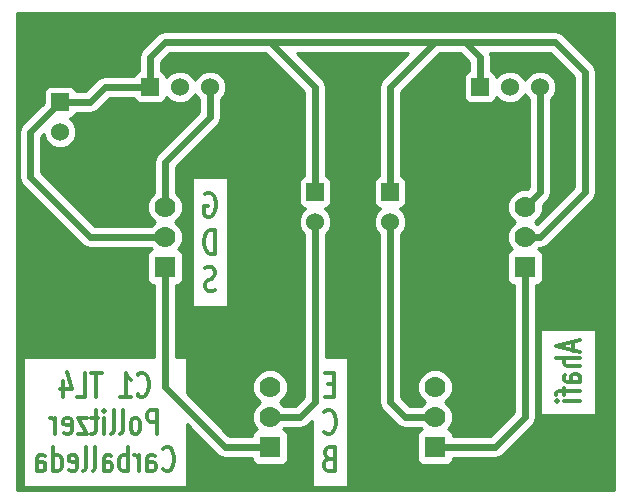
<source format=gbl>
G04 (created by PCBNEW-RS274X (2012-apr-16-27)-stable) date lun 21 jul 2014 18:32:57 ART*
G01*
G70*
G90*
%MOIN*%
G04 Gerber Fmt 3.4, Leading zero omitted, Abs format*
%FSLAX34Y34*%
G04 APERTURE LIST*
%ADD10C,0.006000*%
%ADD11C,0.012000*%
%ADD12C,0.070000*%
%ADD13R,0.070000X0.070000*%
%ADD14R,0.060000X0.060000*%
%ADD15C,0.060000*%
%ADD16C,0.023700*%
%ADD17C,0.010000*%
G04 APERTURE END LIST*
G54D10*
G54D11*
X84095Y-27500D02*
X84095Y-27786D01*
X84324Y-27443D02*
X83524Y-27643D01*
X84324Y-27843D01*
X84324Y-28043D02*
X83524Y-28043D01*
X84324Y-28300D02*
X83905Y-28300D01*
X83829Y-28271D01*
X83790Y-28214D01*
X83790Y-28129D01*
X83829Y-28071D01*
X83867Y-28043D01*
X84324Y-28843D02*
X83905Y-28843D01*
X83829Y-28814D01*
X83790Y-28757D01*
X83790Y-28643D01*
X83829Y-28586D01*
X84286Y-28843D02*
X84324Y-28786D01*
X84324Y-28643D01*
X84286Y-28586D01*
X84210Y-28557D01*
X84133Y-28557D01*
X84057Y-28586D01*
X84019Y-28643D01*
X84019Y-28786D01*
X83981Y-28843D01*
X83790Y-29043D02*
X83790Y-29272D01*
X84324Y-29129D02*
X83638Y-29129D01*
X83562Y-29157D01*
X83524Y-29215D01*
X83524Y-29272D01*
X84324Y-29472D02*
X83790Y-29472D01*
X83524Y-29472D02*
X83562Y-29443D01*
X83600Y-29472D01*
X83562Y-29500D01*
X83524Y-29472D01*
X83600Y-29472D01*
X69585Y-29248D02*
X69614Y-29286D01*
X69700Y-29324D01*
X69757Y-29324D01*
X69842Y-29286D01*
X69900Y-29210D01*
X69928Y-29133D01*
X69957Y-28981D01*
X69957Y-28867D01*
X69928Y-28714D01*
X69900Y-28638D01*
X69842Y-28562D01*
X69757Y-28524D01*
X69700Y-28524D01*
X69614Y-28562D01*
X69585Y-28600D01*
X69014Y-29324D02*
X69357Y-29324D01*
X69185Y-29324D02*
X69185Y-28524D01*
X69242Y-28638D01*
X69300Y-28714D01*
X69357Y-28752D01*
X68386Y-28524D02*
X68043Y-28524D01*
X68214Y-29324D02*
X68214Y-28524D01*
X67557Y-29324D02*
X67843Y-29324D01*
X67843Y-28524D01*
X67100Y-28790D02*
X67100Y-29324D01*
X67243Y-28486D02*
X67386Y-29057D01*
X67014Y-29057D01*
X70242Y-30564D02*
X70242Y-29764D01*
X70014Y-29764D01*
X69956Y-29802D01*
X69928Y-29840D01*
X69899Y-29916D01*
X69899Y-30030D01*
X69928Y-30107D01*
X69956Y-30145D01*
X70014Y-30183D01*
X70242Y-30183D01*
X69556Y-30564D02*
X69614Y-30526D01*
X69642Y-30488D01*
X69671Y-30411D01*
X69671Y-30183D01*
X69642Y-30107D01*
X69614Y-30069D01*
X69556Y-30030D01*
X69471Y-30030D01*
X69414Y-30069D01*
X69385Y-30107D01*
X69356Y-30183D01*
X69356Y-30411D01*
X69385Y-30488D01*
X69414Y-30526D01*
X69471Y-30564D01*
X69556Y-30564D01*
X69013Y-30564D02*
X69071Y-30526D01*
X69099Y-30450D01*
X69099Y-29764D01*
X68699Y-30564D02*
X68757Y-30526D01*
X68785Y-30450D01*
X68785Y-29764D01*
X68471Y-30564D02*
X68471Y-30030D01*
X68471Y-29764D02*
X68500Y-29802D01*
X68471Y-29840D01*
X68443Y-29802D01*
X68471Y-29764D01*
X68471Y-29840D01*
X68271Y-30030D02*
X68042Y-30030D01*
X68185Y-29764D02*
X68185Y-30450D01*
X68157Y-30526D01*
X68099Y-30564D01*
X68042Y-30564D01*
X67899Y-30030D02*
X67585Y-30030D01*
X67899Y-30564D01*
X67585Y-30564D01*
X67128Y-30526D02*
X67185Y-30564D01*
X67299Y-30564D01*
X67356Y-30526D01*
X67385Y-30450D01*
X67385Y-30145D01*
X67356Y-30069D01*
X67299Y-30030D01*
X67185Y-30030D01*
X67128Y-30069D01*
X67099Y-30145D01*
X67099Y-30221D01*
X67385Y-30297D01*
X66842Y-30564D02*
X66842Y-30030D01*
X66842Y-30183D02*
X66814Y-30107D01*
X66785Y-30069D01*
X66728Y-30030D01*
X66671Y-30030D01*
X70428Y-31728D02*
X70457Y-31766D01*
X70543Y-31804D01*
X70600Y-31804D01*
X70685Y-31766D01*
X70743Y-31690D01*
X70771Y-31613D01*
X70800Y-31461D01*
X70800Y-31347D01*
X70771Y-31194D01*
X70743Y-31118D01*
X70685Y-31042D01*
X70600Y-31004D01*
X70543Y-31004D01*
X70457Y-31042D01*
X70428Y-31080D01*
X69914Y-31804D02*
X69914Y-31385D01*
X69943Y-31309D01*
X70000Y-31270D01*
X70114Y-31270D01*
X70171Y-31309D01*
X69914Y-31766D02*
X69971Y-31804D01*
X70114Y-31804D01*
X70171Y-31766D01*
X70200Y-31690D01*
X70200Y-31613D01*
X70171Y-31537D01*
X70114Y-31499D01*
X69971Y-31499D01*
X69914Y-31461D01*
X69628Y-31804D02*
X69628Y-31270D01*
X69628Y-31423D02*
X69600Y-31347D01*
X69571Y-31309D01*
X69514Y-31270D01*
X69457Y-31270D01*
X69257Y-31804D02*
X69257Y-31004D01*
X69257Y-31309D02*
X69200Y-31270D01*
X69086Y-31270D01*
X69029Y-31309D01*
X69000Y-31347D01*
X68971Y-31423D01*
X68971Y-31651D01*
X69000Y-31728D01*
X69029Y-31766D01*
X69086Y-31804D01*
X69200Y-31804D01*
X69257Y-31766D01*
X68457Y-31804D02*
X68457Y-31385D01*
X68486Y-31309D01*
X68543Y-31270D01*
X68657Y-31270D01*
X68714Y-31309D01*
X68457Y-31766D02*
X68514Y-31804D01*
X68657Y-31804D01*
X68714Y-31766D01*
X68743Y-31690D01*
X68743Y-31613D01*
X68714Y-31537D01*
X68657Y-31499D01*
X68514Y-31499D01*
X68457Y-31461D01*
X68085Y-31804D02*
X68143Y-31766D01*
X68171Y-31690D01*
X68171Y-31004D01*
X67771Y-31804D02*
X67829Y-31766D01*
X67857Y-31690D01*
X67857Y-31004D01*
X67315Y-31766D02*
X67372Y-31804D01*
X67486Y-31804D01*
X67543Y-31766D01*
X67572Y-31690D01*
X67572Y-31385D01*
X67543Y-31309D01*
X67486Y-31270D01*
X67372Y-31270D01*
X67315Y-31309D01*
X67286Y-31385D01*
X67286Y-31461D01*
X67572Y-31537D01*
X66772Y-31804D02*
X66772Y-31004D01*
X66772Y-31766D02*
X66829Y-31804D01*
X66943Y-31804D01*
X67001Y-31766D01*
X67029Y-31728D01*
X67058Y-31651D01*
X67058Y-31423D01*
X67029Y-31347D01*
X67001Y-31309D01*
X66943Y-31270D01*
X66829Y-31270D01*
X66772Y-31309D01*
X66229Y-31804D02*
X66229Y-31385D01*
X66258Y-31309D01*
X66315Y-31270D01*
X66429Y-31270D01*
X66486Y-31309D01*
X66229Y-31766D02*
X66286Y-31804D01*
X66429Y-31804D01*
X66486Y-31766D01*
X66515Y-31690D01*
X66515Y-31613D01*
X66486Y-31537D01*
X66429Y-31499D01*
X66286Y-31499D01*
X66229Y-31461D01*
X76128Y-28905D02*
X75928Y-28905D01*
X75842Y-29324D02*
X76128Y-29324D01*
X76128Y-28524D01*
X75842Y-28524D01*
X75814Y-30488D02*
X75843Y-30526D01*
X75929Y-30564D01*
X75986Y-30564D01*
X76071Y-30526D01*
X76129Y-30450D01*
X76157Y-30373D01*
X76186Y-30221D01*
X76186Y-30107D01*
X76157Y-29954D01*
X76129Y-29878D01*
X76071Y-29802D01*
X75986Y-29764D01*
X75929Y-29764D01*
X75843Y-29802D01*
X75814Y-29840D01*
X75957Y-31385D02*
X75871Y-31423D01*
X75843Y-31461D01*
X75814Y-31537D01*
X75814Y-31651D01*
X75843Y-31728D01*
X75871Y-31766D01*
X75929Y-31804D01*
X76157Y-31804D01*
X76157Y-31004D01*
X75957Y-31004D01*
X75900Y-31042D01*
X75871Y-31080D01*
X75843Y-31156D01*
X75843Y-31232D01*
X75871Y-31309D01*
X75900Y-31347D01*
X75957Y-31385D01*
X76157Y-31385D01*
X71843Y-22562D02*
X71900Y-22524D01*
X71986Y-22524D01*
X72071Y-22562D01*
X72129Y-22638D01*
X72157Y-22714D01*
X72186Y-22867D01*
X72186Y-22981D01*
X72157Y-23133D01*
X72129Y-23210D01*
X72071Y-23286D01*
X71986Y-23324D01*
X71929Y-23324D01*
X71843Y-23286D01*
X71814Y-23248D01*
X71814Y-22981D01*
X71929Y-22981D01*
X72157Y-24564D02*
X72157Y-23764D01*
X72014Y-23764D01*
X71929Y-23802D01*
X71871Y-23878D01*
X71843Y-23954D01*
X71814Y-24107D01*
X71814Y-24221D01*
X71843Y-24373D01*
X71871Y-24450D01*
X71929Y-24526D01*
X72014Y-24564D01*
X72157Y-24564D01*
X72171Y-25766D02*
X72085Y-25804D01*
X71942Y-25804D01*
X71885Y-25766D01*
X71856Y-25728D01*
X71828Y-25651D01*
X71828Y-25575D01*
X71856Y-25499D01*
X71885Y-25461D01*
X71942Y-25423D01*
X72056Y-25385D01*
X72114Y-25347D01*
X72142Y-25309D01*
X72171Y-25232D01*
X72171Y-25156D01*
X72142Y-25080D01*
X72114Y-25042D01*
X72056Y-25004D01*
X71914Y-25004D01*
X71828Y-25042D01*
G54D12*
X70500Y-23000D03*
X70500Y-24000D03*
G54D13*
X70500Y-25000D03*
G54D12*
X74000Y-29000D03*
X74000Y-30000D03*
G54D13*
X74000Y-31000D03*
G54D12*
X82500Y-23000D03*
X82500Y-24000D03*
G54D13*
X82500Y-25000D03*
G54D12*
X79500Y-29000D03*
X79500Y-30000D03*
G54D13*
X79500Y-31000D03*
G54D14*
X70000Y-19000D03*
G54D15*
X71000Y-19000D03*
X72000Y-19000D03*
G54D14*
X81000Y-19000D03*
G54D15*
X82000Y-19000D03*
X83000Y-19000D03*
G54D14*
X67000Y-19500D03*
G54D15*
X67000Y-20500D03*
G54D14*
X75500Y-22500D03*
G54D15*
X75500Y-23500D03*
G54D14*
X78000Y-22500D03*
G54D15*
X78000Y-23500D03*
G54D16*
X78000Y-29500D02*
X78500Y-30000D01*
X78000Y-23500D02*
X78000Y-29500D01*
X83000Y-22500D02*
X82500Y-23000D01*
X83000Y-19000D02*
X83000Y-22500D01*
X79500Y-31000D02*
X81500Y-31000D01*
X81500Y-31000D02*
X82500Y-30000D01*
X78500Y-30000D02*
X79500Y-30000D01*
X84500Y-18500D02*
X84500Y-22500D01*
X83500Y-17500D02*
X84500Y-18500D01*
X83000Y-24000D02*
X82500Y-24000D01*
X84500Y-22500D02*
X83000Y-24000D01*
X70000Y-19000D02*
X70000Y-18000D01*
X66000Y-22000D02*
X66000Y-20500D01*
X70500Y-17500D02*
X74000Y-17500D01*
X74000Y-17500D02*
X79500Y-17500D01*
X79500Y-17500D02*
X80500Y-17500D01*
X80500Y-17500D02*
X81000Y-18000D01*
X81000Y-18000D02*
X81000Y-19000D01*
X82500Y-30000D02*
X82500Y-25000D01*
X70500Y-25000D02*
X70500Y-29000D01*
X70500Y-29000D02*
X72500Y-31000D01*
X70000Y-18000D02*
X70500Y-17500D01*
X80500Y-17500D02*
X83500Y-17500D01*
X78000Y-22500D02*
X78000Y-19000D01*
X78000Y-19000D02*
X79500Y-17500D01*
X75500Y-22500D02*
X75500Y-19000D01*
X75500Y-19000D02*
X74000Y-17500D01*
X66000Y-20500D02*
X67000Y-19500D01*
X68000Y-19500D02*
X68500Y-19000D01*
X68500Y-19000D02*
X70000Y-19000D01*
X67000Y-19500D02*
X68000Y-19500D01*
X72500Y-31000D02*
X74000Y-31000D01*
X75500Y-23500D02*
X75500Y-29500D01*
X75500Y-29500D02*
X75000Y-30000D01*
X72000Y-19500D02*
X72000Y-20000D01*
X72000Y-20000D02*
X70500Y-21500D01*
X70500Y-21500D02*
X70500Y-23000D01*
X72000Y-19000D02*
X72000Y-19500D01*
X75000Y-30000D02*
X74000Y-30000D01*
X70500Y-24000D02*
X68000Y-24000D01*
X68000Y-24000D02*
X66000Y-22000D01*
G54D10*
G36*
X71632Y-19848D02*
X70240Y-21240D01*
X70160Y-21359D01*
X70132Y-21500D01*
X70132Y-22521D01*
X69992Y-22661D01*
X69901Y-22881D01*
X69901Y-23119D01*
X69992Y-23339D01*
X70153Y-23500D01*
X70021Y-23632D01*
X68152Y-23632D01*
X66368Y-21847D01*
X66368Y-20652D01*
X66451Y-20569D01*
X66451Y-20609D01*
X66535Y-20811D01*
X66689Y-20965D01*
X66891Y-21049D01*
X67109Y-21049D01*
X67311Y-20965D01*
X67465Y-20811D01*
X67549Y-20609D01*
X67549Y-20391D01*
X67465Y-20189D01*
X67325Y-20049D01*
X67349Y-20049D01*
X67441Y-20011D01*
X67511Y-19941D01*
X67541Y-19868D01*
X68000Y-19868D01*
X68141Y-19840D01*
X68260Y-19760D01*
X68652Y-19368D01*
X69458Y-19368D01*
X69489Y-19441D01*
X69559Y-19511D01*
X69650Y-19549D01*
X69749Y-19549D01*
X70349Y-19549D01*
X70441Y-19511D01*
X70511Y-19441D01*
X70549Y-19350D01*
X70549Y-19325D01*
X70689Y-19465D01*
X70891Y-19549D01*
X71109Y-19549D01*
X71311Y-19465D01*
X71465Y-19311D01*
X71500Y-19226D01*
X71535Y-19311D01*
X71632Y-19408D01*
X71632Y-19500D01*
X71632Y-19848D01*
X71632Y-19848D01*
G37*
G54D17*
X71632Y-19848D02*
X70240Y-21240D01*
X70160Y-21359D01*
X70132Y-21500D01*
X70132Y-22521D01*
X69992Y-22661D01*
X69901Y-22881D01*
X69901Y-23119D01*
X69992Y-23339D01*
X70153Y-23500D01*
X70021Y-23632D01*
X68152Y-23632D01*
X66368Y-21847D01*
X66368Y-20652D01*
X66451Y-20569D01*
X66451Y-20609D01*
X66535Y-20811D01*
X66689Y-20965D01*
X66891Y-21049D01*
X67109Y-21049D01*
X67311Y-20965D01*
X67465Y-20811D01*
X67549Y-20609D01*
X67549Y-20391D01*
X67465Y-20189D01*
X67325Y-20049D01*
X67349Y-20049D01*
X67441Y-20011D01*
X67511Y-19941D01*
X67541Y-19868D01*
X68000Y-19868D01*
X68141Y-19840D01*
X68260Y-19760D01*
X68652Y-19368D01*
X69458Y-19368D01*
X69489Y-19441D01*
X69559Y-19511D01*
X69650Y-19549D01*
X69749Y-19549D01*
X70349Y-19549D01*
X70441Y-19511D01*
X70511Y-19441D01*
X70549Y-19350D01*
X70549Y-19325D01*
X70689Y-19465D01*
X70891Y-19549D01*
X71109Y-19549D01*
X71311Y-19465D01*
X71465Y-19311D01*
X71500Y-19226D01*
X71535Y-19311D01*
X71632Y-19408D01*
X71632Y-19500D01*
X71632Y-19848D01*
G54D10*
G36*
X75175Y-23049D02*
X75035Y-23189D01*
X74951Y-23391D01*
X74951Y-23609D01*
X75035Y-23811D01*
X75132Y-23908D01*
X75132Y-29348D01*
X74848Y-29632D01*
X74479Y-29632D01*
X74347Y-29500D01*
X74508Y-29339D01*
X74599Y-29119D01*
X74599Y-28881D01*
X74508Y-28661D01*
X74339Y-28492D01*
X74119Y-28401D01*
X73881Y-28401D01*
X73661Y-28492D01*
X73492Y-28661D01*
X73401Y-28881D01*
X73401Y-29119D01*
X73492Y-29339D01*
X73653Y-29500D01*
X73492Y-29661D01*
X73401Y-29881D01*
X73401Y-30119D01*
X73492Y-30339D01*
X73567Y-30414D01*
X73509Y-30439D01*
X73439Y-30509D01*
X73401Y-30600D01*
X73401Y-30632D01*
X72652Y-30632D01*
X72610Y-30589D01*
X72610Y-26350D01*
X72610Y-22010D01*
X71390Y-22010D01*
X71390Y-26350D01*
X72610Y-26350D01*
X72610Y-30589D01*
X71224Y-29203D01*
X71224Y-28010D01*
X70868Y-28010D01*
X70868Y-25599D01*
X70899Y-25599D01*
X70991Y-25561D01*
X71061Y-25491D01*
X71099Y-25400D01*
X71099Y-25301D01*
X71099Y-24601D01*
X71061Y-24509D01*
X70991Y-24439D01*
X70932Y-24414D01*
X71008Y-24339D01*
X71099Y-24119D01*
X71099Y-23881D01*
X71008Y-23661D01*
X70847Y-23500D01*
X71008Y-23339D01*
X71099Y-23119D01*
X71099Y-22881D01*
X71008Y-22661D01*
X70868Y-22521D01*
X70868Y-21652D01*
X72260Y-20260D01*
X72340Y-20141D01*
X72367Y-20000D01*
X72368Y-20000D01*
X72368Y-19500D01*
X72368Y-19408D01*
X72465Y-19311D01*
X72549Y-19109D01*
X72549Y-18891D01*
X72465Y-18689D01*
X72311Y-18535D01*
X72109Y-18451D01*
X71891Y-18451D01*
X71689Y-18535D01*
X71535Y-18689D01*
X71500Y-18773D01*
X71465Y-18689D01*
X71311Y-18535D01*
X71109Y-18451D01*
X70891Y-18451D01*
X70689Y-18535D01*
X70549Y-18675D01*
X70549Y-18651D01*
X70511Y-18559D01*
X70441Y-18489D01*
X70368Y-18458D01*
X70368Y-18152D01*
X70652Y-17868D01*
X73848Y-17868D01*
X75132Y-19152D01*
X75132Y-21958D01*
X75059Y-21989D01*
X74989Y-22059D01*
X74951Y-22150D01*
X74951Y-22249D01*
X74951Y-22849D01*
X74989Y-22941D01*
X75059Y-23011D01*
X75150Y-23049D01*
X75175Y-23049D01*
X75175Y-23049D01*
G37*
G54D17*
X75175Y-23049D02*
X75035Y-23189D01*
X74951Y-23391D01*
X74951Y-23609D01*
X75035Y-23811D01*
X75132Y-23908D01*
X75132Y-29348D01*
X74848Y-29632D01*
X74479Y-29632D01*
X74347Y-29500D01*
X74508Y-29339D01*
X74599Y-29119D01*
X74599Y-28881D01*
X74508Y-28661D01*
X74339Y-28492D01*
X74119Y-28401D01*
X73881Y-28401D01*
X73661Y-28492D01*
X73492Y-28661D01*
X73401Y-28881D01*
X73401Y-29119D01*
X73492Y-29339D01*
X73653Y-29500D01*
X73492Y-29661D01*
X73401Y-29881D01*
X73401Y-30119D01*
X73492Y-30339D01*
X73567Y-30414D01*
X73509Y-30439D01*
X73439Y-30509D01*
X73401Y-30600D01*
X73401Y-30632D01*
X72652Y-30632D01*
X72610Y-30589D01*
X72610Y-26350D01*
X72610Y-22010D01*
X71390Y-22010D01*
X71390Y-26350D01*
X72610Y-26350D01*
X72610Y-30589D01*
X71224Y-29203D01*
X71224Y-28010D01*
X70868Y-28010D01*
X70868Y-25599D01*
X70899Y-25599D01*
X70991Y-25561D01*
X71061Y-25491D01*
X71099Y-25400D01*
X71099Y-25301D01*
X71099Y-24601D01*
X71061Y-24509D01*
X70991Y-24439D01*
X70932Y-24414D01*
X71008Y-24339D01*
X71099Y-24119D01*
X71099Y-23881D01*
X71008Y-23661D01*
X70847Y-23500D01*
X71008Y-23339D01*
X71099Y-23119D01*
X71099Y-22881D01*
X71008Y-22661D01*
X70868Y-22521D01*
X70868Y-21652D01*
X72260Y-20260D01*
X72340Y-20141D01*
X72367Y-20000D01*
X72368Y-20000D01*
X72368Y-19500D01*
X72368Y-19408D01*
X72465Y-19311D01*
X72549Y-19109D01*
X72549Y-18891D01*
X72465Y-18689D01*
X72311Y-18535D01*
X72109Y-18451D01*
X71891Y-18451D01*
X71689Y-18535D01*
X71535Y-18689D01*
X71500Y-18773D01*
X71465Y-18689D01*
X71311Y-18535D01*
X71109Y-18451D01*
X70891Y-18451D01*
X70689Y-18535D01*
X70549Y-18675D01*
X70549Y-18651D01*
X70511Y-18559D01*
X70441Y-18489D01*
X70368Y-18458D01*
X70368Y-18152D01*
X70652Y-17868D01*
X73848Y-17868D01*
X75132Y-19152D01*
X75132Y-21958D01*
X75059Y-21989D01*
X74989Y-22059D01*
X74951Y-22150D01*
X74951Y-22249D01*
X74951Y-22849D01*
X74989Y-22941D01*
X75059Y-23011D01*
X75150Y-23049D01*
X75175Y-23049D01*
G54D10*
G36*
X82632Y-22348D02*
X82579Y-22401D01*
X82381Y-22401D01*
X82161Y-22492D01*
X81992Y-22661D01*
X81901Y-22881D01*
X81901Y-23119D01*
X81992Y-23339D01*
X82153Y-23500D01*
X81992Y-23661D01*
X81901Y-23881D01*
X81901Y-24119D01*
X81992Y-24339D01*
X82067Y-24414D01*
X82009Y-24439D01*
X81939Y-24509D01*
X81901Y-24600D01*
X81901Y-24699D01*
X81901Y-25399D01*
X81939Y-25491D01*
X82009Y-25561D01*
X82100Y-25599D01*
X82132Y-25599D01*
X82132Y-29848D01*
X81348Y-30632D01*
X80099Y-30632D01*
X80099Y-30601D01*
X80061Y-30509D01*
X79991Y-30439D01*
X79932Y-30414D01*
X80008Y-30339D01*
X80099Y-30119D01*
X80099Y-29881D01*
X80008Y-29661D01*
X79847Y-29500D01*
X80008Y-29339D01*
X80099Y-29119D01*
X80099Y-28881D01*
X80008Y-28661D01*
X79839Y-28492D01*
X79619Y-28401D01*
X79381Y-28401D01*
X79161Y-28492D01*
X78992Y-28661D01*
X78901Y-28881D01*
X78901Y-29119D01*
X78992Y-29339D01*
X79153Y-29500D01*
X79021Y-29632D01*
X78652Y-29632D01*
X78368Y-29348D01*
X78368Y-23908D01*
X78465Y-23811D01*
X78549Y-23609D01*
X78549Y-23391D01*
X78465Y-23189D01*
X78325Y-23049D01*
X78349Y-23049D01*
X78441Y-23011D01*
X78511Y-22941D01*
X78549Y-22850D01*
X78549Y-22751D01*
X78549Y-22151D01*
X78511Y-22059D01*
X78441Y-21989D01*
X78368Y-21958D01*
X78368Y-19152D01*
X79652Y-17868D01*
X80348Y-17868D01*
X80632Y-18152D01*
X80632Y-18458D01*
X80559Y-18489D01*
X80489Y-18559D01*
X80451Y-18650D01*
X80451Y-18749D01*
X80451Y-19349D01*
X80489Y-19441D01*
X80559Y-19511D01*
X80650Y-19549D01*
X80749Y-19549D01*
X81349Y-19549D01*
X81441Y-19511D01*
X81511Y-19441D01*
X81549Y-19350D01*
X81549Y-19325D01*
X81689Y-19465D01*
X81891Y-19549D01*
X82109Y-19549D01*
X82311Y-19465D01*
X82465Y-19311D01*
X82500Y-19226D01*
X82535Y-19311D01*
X82632Y-19408D01*
X82632Y-22348D01*
X82632Y-22348D01*
G37*
G54D17*
X82632Y-22348D02*
X82579Y-22401D01*
X82381Y-22401D01*
X82161Y-22492D01*
X81992Y-22661D01*
X81901Y-22881D01*
X81901Y-23119D01*
X81992Y-23339D01*
X82153Y-23500D01*
X81992Y-23661D01*
X81901Y-23881D01*
X81901Y-24119D01*
X81992Y-24339D01*
X82067Y-24414D01*
X82009Y-24439D01*
X81939Y-24509D01*
X81901Y-24600D01*
X81901Y-24699D01*
X81901Y-25399D01*
X81939Y-25491D01*
X82009Y-25561D01*
X82100Y-25599D01*
X82132Y-25599D01*
X82132Y-29848D01*
X81348Y-30632D01*
X80099Y-30632D01*
X80099Y-30601D01*
X80061Y-30509D01*
X79991Y-30439D01*
X79932Y-30414D01*
X80008Y-30339D01*
X80099Y-30119D01*
X80099Y-29881D01*
X80008Y-29661D01*
X79847Y-29500D01*
X80008Y-29339D01*
X80099Y-29119D01*
X80099Y-28881D01*
X80008Y-28661D01*
X79839Y-28492D01*
X79619Y-28401D01*
X79381Y-28401D01*
X79161Y-28492D01*
X78992Y-28661D01*
X78901Y-28881D01*
X78901Y-29119D01*
X78992Y-29339D01*
X79153Y-29500D01*
X79021Y-29632D01*
X78652Y-29632D01*
X78368Y-29348D01*
X78368Y-23908D01*
X78465Y-23811D01*
X78549Y-23609D01*
X78549Y-23391D01*
X78465Y-23189D01*
X78325Y-23049D01*
X78349Y-23049D01*
X78441Y-23011D01*
X78511Y-22941D01*
X78549Y-22850D01*
X78549Y-22751D01*
X78549Y-22151D01*
X78511Y-22059D01*
X78441Y-21989D01*
X78368Y-21958D01*
X78368Y-19152D01*
X79652Y-17868D01*
X80348Y-17868D01*
X80632Y-18152D01*
X80632Y-18458D01*
X80559Y-18489D01*
X80489Y-18559D01*
X80451Y-18650D01*
X80451Y-18749D01*
X80451Y-19349D01*
X80489Y-19441D01*
X80559Y-19511D01*
X80650Y-19549D01*
X80749Y-19549D01*
X81349Y-19549D01*
X81441Y-19511D01*
X81511Y-19441D01*
X81549Y-19350D01*
X81549Y-19325D01*
X81689Y-19465D01*
X81891Y-19549D01*
X82109Y-19549D01*
X82311Y-19465D01*
X82465Y-19311D01*
X82500Y-19226D01*
X82535Y-19311D01*
X82632Y-19408D01*
X82632Y-22348D01*
G54D10*
G36*
X84132Y-22348D02*
X82913Y-23566D01*
X82847Y-23500D01*
X83008Y-23339D01*
X83099Y-23119D01*
X83099Y-22921D01*
X83260Y-22760D01*
X83340Y-22641D01*
X83368Y-22500D01*
X83368Y-19408D01*
X83465Y-19311D01*
X83549Y-19109D01*
X83549Y-18891D01*
X83465Y-18689D01*
X83311Y-18535D01*
X83109Y-18451D01*
X82891Y-18451D01*
X82689Y-18535D01*
X82535Y-18689D01*
X82500Y-18773D01*
X82465Y-18689D01*
X82311Y-18535D01*
X82109Y-18451D01*
X81891Y-18451D01*
X81689Y-18535D01*
X81549Y-18675D01*
X81549Y-18651D01*
X81511Y-18559D01*
X81441Y-18489D01*
X81368Y-18458D01*
X81368Y-18000D01*
X81341Y-17868D01*
X83348Y-17868D01*
X84132Y-18652D01*
X84132Y-22348D01*
X84132Y-22348D01*
G37*
G54D17*
X84132Y-22348D02*
X82913Y-23566D01*
X82847Y-23500D01*
X83008Y-23339D01*
X83099Y-23119D01*
X83099Y-22921D01*
X83260Y-22760D01*
X83340Y-22641D01*
X83368Y-22500D01*
X83368Y-19408D01*
X83465Y-19311D01*
X83549Y-19109D01*
X83549Y-18891D01*
X83465Y-18689D01*
X83311Y-18535D01*
X83109Y-18451D01*
X82891Y-18451D01*
X82689Y-18535D01*
X82535Y-18689D01*
X82500Y-18773D01*
X82465Y-18689D01*
X82311Y-18535D01*
X82109Y-18451D01*
X81891Y-18451D01*
X81689Y-18535D01*
X81549Y-18675D01*
X81549Y-18651D01*
X81511Y-18559D01*
X81441Y-18489D01*
X81368Y-18458D01*
X81368Y-18000D01*
X81341Y-17868D01*
X83348Y-17868D01*
X84132Y-18652D01*
X84132Y-22348D01*
G54D10*
G36*
X85450Y-32450D02*
X84870Y-32450D01*
X84870Y-29924D01*
X84870Y-27075D01*
X84868Y-27075D01*
X84868Y-22500D01*
X84868Y-18500D01*
X84840Y-18359D01*
X84760Y-18240D01*
X83760Y-17240D01*
X83641Y-17160D01*
X83500Y-17132D01*
X80500Y-17132D01*
X79500Y-17132D01*
X74000Y-17132D01*
X70500Y-17132D01*
X70359Y-17160D01*
X70240Y-17240D01*
X69740Y-17740D01*
X69660Y-17859D01*
X69632Y-18000D01*
X69632Y-18458D01*
X69559Y-18489D01*
X69489Y-18559D01*
X69458Y-18632D01*
X68500Y-18632D01*
X68359Y-18660D01*
X68240Y-18740D01*
X67848Y-19132D01*
X67541Y-19132D01*
X67511Y-19059D01*
X67441Y-18989D01*
X67350Y-18951D01*
X67251Y-18951D01*
X66651Y-18951D01*
X66559Y-18989D01*
X66489Y-19059D01*
X66451Y-19150D01*
X66451Y-19249D01*
X66451Y-19529D01*
X65740Y-20240D01*
X65660Y-20359D01*
X65632Y-20500D01*
X65632Y-22000D01*
X65660Y-22141D01*
X65740Y-22260D01*
X67739Y-24260D01*
X67740Y-24260D01*
X67859Y-24340D01*
X68000Y-24368D01*
X70021Y-24368D01*
X70067Y-24414D01*
X70009Y-24439D01*
X69939Y-24509D01*
X69901Y-24600D01*
X69901Y-24699D01*
X69901Y-25399D01*
X69939Y-25491D01*
X70009Y-25561D01*
X70100Y-25599D01*
X70132Y-25599D01*
X70132Y-28010D01*
X65776Y-28010D01*
X65776Y-32350D01*
X71224Y-32350D01*
X71224Y-30244D01*
X72239Y-31260D01*
X72240Y-31260D01*
X72359Y-31340D01*
X72500Y-31368D01*
X73401Y-31368D01*
X73401Y-31399D01*
X73439Y-31491D01*
X73509Y-31561D01*
X73600Y-31599D01*
X73699Y-31599D01*
X74399Y-31599D01*
X74491Y-31561D01*
X74561Y-31491D01*
X74599Y-31400D01*
X74599Y-31301D01*
X74599Y-30601D01*
X74561Y-30509D01*
X74491Y-30439D01*
X74432Y-30414D01*
X74479Y-30368D01*
X75000Y-30368D01*
X75141Y-30340D01*
X75260Y-30260D01*
X75390Y-30130D01*
X75390Y-32350D01*
X76610Y-32350D01*
X76610Y-28010D01*
X75868Y-28010D01*
X75868Y-23908D01*
X75965Y-23811D01*
X76049Y-23609D01*
X76049Y-23391D01*
X75965Y-23189D01*
X75825Y-23049D01*
X75849Y-23049D01*
X75941Y-23011D01*
X76011Y-22941D01*
X76049Y-22850D01*
X76049Y-22751D01*
X76049Y-22151D01*
X76011Y-22059D01*
X75941Y-21989D01*
X75868Y-21958D01*
X75868Y-19000D01*
X75840Y-18859D01*
X75760Y-18740D01*
X74888Y-17868D01*
X78612Y-17868D01*
X77740Y-18740D01*
X77660Y-18859D01*
X77632Y-19000D01*
X77632Y-21958D01*
X77559Y-21989D01*
X77489Y-22059D01*
X77451Y-22150D01*
X77451Y-22249D01*
X77451Y-22849D01*
X77489Y-22941D01*
X77559Y-23011D01*
X77650Y-23049D01*
X77675Y-23049D01*
X77535Y-23189D01*
X77451Y-23391D01*
X77451Y-23609D01*
X77535Y-23811D01*
X77632Y-23908D01*
X77632Y-29500D01*
X77660Y-29641D01*
X77740Y-29760D01*
X78240Y-30260D01*
X78359Y-30340D01*
X78500Y-30368D01*
X79021Y-30368D01*
X79067Y-30414D01*
X79009Y-30439D01*
X78939Y-30509D01*
X78901Y-30600D01*
X78901Y-30699D01*
X78901Y-31399D01*
X78939Y-31491D01*
X79009Y-31561D01*
X79100Y-31599D01*
X79199Y-31599D01*
X79899Y-31599D01*
X79991Y-31561D01*
X80061Y-31491D01*
X80099Y-31400D01*
X80099Y-31368D01*
X81500Y-31368D01*
X81641Y-31340D01*
X81760Y-31260D01*
X82760Y-30260D01*
X82840Y-30141D01*
X82868Y-30000D01*
X82868Y-25599D01*
X82899Y-25599D01*
X82991Y-25561D01*
X83061Y-25491D01*
X83099Y-25400D01*
X83099Y-25301D01*
X83099Y-24601D01*
X83061Y-24509D01*
X82991Y-24439D01*
X82932Y-24414D01*
X82979Y-24368D01*
X83000Y-24368D01*
X83141Y-24340D01*
X83260Y-24260D01*
X84760Y-22760D01*
X84840Y-22641D01*
X84867Y-22500D01*
X84868Y-22500D01*
X84868Y-27075D01*
X83010Y-27075D01*
X83010Y-29924D01*
X84870Y-29924D01*
X84870Y-32450D01*
X65550Y-32450D01*
X65550Y-16550D01*
X85450Y-16550D01*
X85450Y-32450D01*
X85450Y-32450D01*
G37*
G54D17*
X85450Y-32450D02*
X84870Y-32450D01*
X84870Y-29924D01*
X84870Y-27075D01*
X84868Y-27075D01*
X84868Y-22500D01*
X84868Y-18500D01*
X84840Y-18359D01*
X84760Y-18240D01*
X83760Y-17240D01*
X83641Y-17160D01*
X83500Y-17132D01*
X80500Y-17132D01*
X79500Y-17132D01*
X74000Y-17132D01*
X70500Y-17132D01*
X70359Y-17160D01*
X70240Y-17240D01*
X69740Y-17740D01*
X69660Y-17859D01*
X69632Y-18000D01*
X69632Y-18458D01*
X69559Y-18489D01*
X69489Y-18559D01*
X69458Y-18632D01*
X68500Y-18632D01*
X68359Y-18660D01*
X68240Y-18740D01*
X67848Y-19132D01*
X67541Y-19132D01*
X67511Y-19059D01*
X67441Y-18989D01*
X67350Y-18951D01*
X67251Y-18951D01*
X66651Y-18951D01*
X66559Y-18989D01*
X66489Y-19059D01*
X66451Y-19150D01*
X66451Y-19249D01*
X66451Y-19529D01*
X65740Y-20240D01*
X65660Y-20359D01*
X65632Y-20500D01*
X65632Y-22000D01*
X65660Y-22141D01*
X65740Y-22260D01*
X67739Y-24260D01*
X67740Y-24260D01*
X67859Y-24340D01*
X68000Y-24368D01*
X70021Y-24368D01*
X70067Y-24414D01*
X70009Y-24439D01*
X69939Y-24509D01*
X69901Y-24600D01*
X69901Y-24699D01*
X69901Y-25399D01*
X69939Y-25491D01*
X70009Y-25561D01*
X70100Y-25599D01*
X70132Y-25599D01*
X70132Y-28010D01*
X65776Y-28010D01*
X65776Y-32350D01*
X71224Y-32350D01*
X71224Y-30244D01*
X72239Y-31260D01*
X72240Y-31260D01*
X72359Y-31340D01*
X72500Y-31368D01*
X73401Y-31368D01*
X73401Y-31399D01*
X73439Y-31491D01*
X73509Y-31561D01*
X73600Y-31599D01*
X73699Y-31599D01*
X74399Y-31599D01*
X74491Y-31561D01*
X74561Y-31491D01*
X74599Y-31400D01*
X74599Y-31301D01*
X74599Y-30601D01*
X74561Y-30509D01*
X74491Y-30439D01*
X74432Y-30414D01*
X74479Y-30368D01*
X75000Y-30368D01*
X75141Y-30340D01*
X75260Y-30260D01*
X75390Y-30130D01*
X75390Y-32350D01*
X76610Y-32350D01*
X76610Y-28010D01*
X75868Y-28010D01*
X75868Y-23908D01*
X75965Y-23811D01*
X76049Y-23609D01*
X76049Y-23391D01*
X75965Y-23189D01*
X75825Y-23049D01*
X75849Y-23049D01*
X75941Y-23011D01*
X76011Y-22941D01*
X76049Y-22850D01*
X76049Y-22751D01*
X76049Y-22151D01*
X76011Y-22059D01*
X75941Y-21989D01*
X75868Y-21958D01*
X75868Y-19000D01*
X75840Y-18859D01*
X75760Y-18740D01*
X74888Y-17868D01*
X78612Y-17868D01*
X77740Y-18740D01*
X77660Y-18859D01*
X77632Y-19000D01*
X77632Y-21958D01*
X77559Y-21989D01*
X77489Y-22059D01*
X77451Y-22150D01*
X77451Y-22249D01*
X77451Y-22849D01*
X77489Y-22941D01*
X77559Y-23011D01*
X77650Y-23049D01*
X77675Y-23049D01*
X77535Y-23189D01*
X77451Y-23391D01*
X77451Y-23609D01*
X77535Y-23811D01*
X77632Y-23908D01*
X77632Y-29500D01*
X77660Y-29641D01*
X77740Y-29760D01*
X78240Y-30260D01*
X78359Y-30340D01*
X78500Y-30368D01*
X79021Y-30368D01*
X79067Y-30414D01*
X79009Y-30439D01*
X78939Y-30509D01*
X78901Y-30600D01*
X78901Y-30699D01*
X78901Y-31399D01*
X78939Y-31491D01*
X79009Y-31561D01*
X79100Y-31599D01*
X79199Y-31599D01*
X79899Y-31599D01*
X79991Y-31561D01*
X80061Y-31491D01*
X80099Y-31400D01*
X80099Y-31368D01*
X81500Y-31368D01*
X81641Y-31340D01*
X81760Y-31260D01*
X82760Y-30260D01*
X82840Y-30141D01*
X82868Y-30000D01*
X82868Y-25599D01*
X82899Y-25599D01*
X82991Y-25561D01*
X83061Y-25491D01*
X83099Y-25400D01*
X83099Y-25301D01*
X83099Y-24601D01*
X83061Y-24509D01*
X82991Y-24439D01*
X82932Y-24414D01*
X82979Y-24368D01*
X83000Y-24368D01*
X83141Y-24340D01*
X83260Y-24260D01*
X84760Y-22760D01*
X84840Y-22641D01*
X84867Y-22500D01*
X84868Y-22500D01*
X84868Y-27075D01*
X83010Y-27075D01*
X83010Y-29924D01*
X84870Y-29924D01*
X84870Y-32450D01*
X65550Y-32450D01*
X65550Y-16550D01*
X85450Y-16550D01*
X85450Y-32450D01*
M02*

</source>
